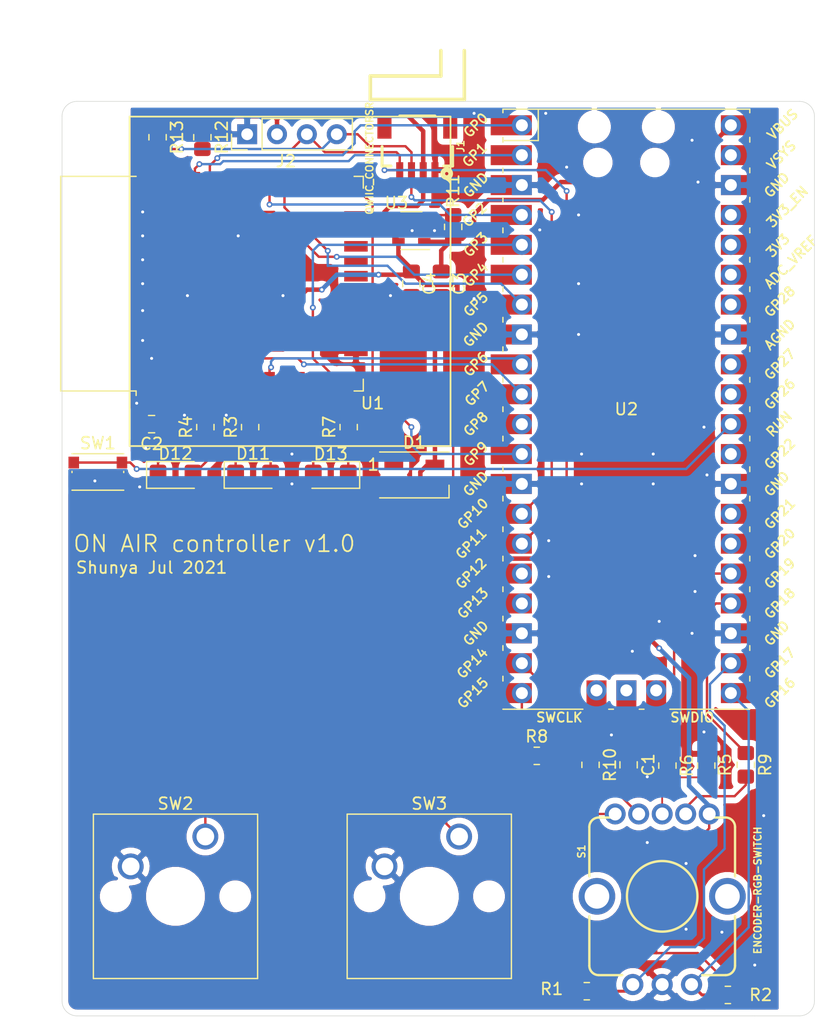
<source format=kicad_pcb>
(kicad_pcb (version 20171130) (host pcbnew "(5.1.10-1-10_14)")
  (layers (0 F.Cu signal) (31 B.Cu signal) (34 B.Paste user) (35 F.Paste user) (36 B.SilkS user) (37 F.SilkS user) (38 B.Mask user) (39 F.Mask user) (44 Edge.Cuts user))
  (net 0 "")
  (net 1 "Net-(U2-Pad29)")
  (net 2 "Net-(U2-Pad31)")
  (net 3 "Net-(U2-Pad32)")
  (net 4 "Net-(U2-Pad34)")
  (net 5 "Net-(U2-Pad35)")
  (net 6 "Net-(U2-Pad36)")
  (net 7 "Net-(U2-Pad37)")
  (net 8 "Net-(U2-Pad39)")
  (net 9 "Net-(U2-Pad41)")
  (net 10 "Net-(U2-Pad42)")
  (net 11 "Net-(U2-Pad43)")
  (net 12 GND)
  (net 13 /ENCODER_SW)
  (net 14 +3V3)
  (net 15 VBUS)
  (net 16 "Net-(D11-Pad1)")
  (net 17 /RED)
  (net 18 /GREEN)
  (net 19 "Net-(D12-Pad1)")
  (net 20 "Net-(D13-Pad1)")
  (net 21 /BLUE)
  (net 22 /SDA)
  (net 23 /SCL)
  (net 24 "Net-(R5-Pad1)")
  (net 25 "Net-(R8-Pad2)")
  (net 26 "Net-(R9-Pad2)")
  (net 27 "Net-(R10-Pad2)")
  (net 28 "Net-(R11-Pad1)")
  (net 29 /RESET)
  (net 30 /ESP_BUSY)
  (net 31 /ESP_MOSI)
  (net 32 /ESP_CS)
  (net 33 /ESP_SCK)
  (net 34 /ESP_MISO)
  (net 35 /BTN_RED)
  (net 36 /BTN_WHITE)
  (net 37 /ESP_RESET)
  (net 38 /NEOPIXEL)
  (net 39 /ENCODER_RED)
  (net 40 /ENCODER_BLUE)
  (net 41 /ENCODER_GREEN)
  (net 42 /ENCODER_A)
  (net 43 /ENCODER_B)
  (net 44 /ESP_GPIO0)
  (net 45 /ESP_RX)
  (net 46 /ESP_TX)
  (net 47 "Net-(U2-Pad26)")
  (net 48 "Net-(U2-Pad27)")
  (module Switches:ENCODER_LED_3 (layer F.Cu) (at 227.076 120.65)
    (fp_text reference S1 (at -6.858 -3.81 90) (layer F.SilkS) (effects (font (size 0.6096 0.6096) (thickness 0.127))))
    (fp_text value ENCODER-RGB-SWITCH (at 8.128 -0.508 90) (layer F.SilkS) (effects (font (size 0.6096 0.6096) (thickness 0.127))))
    (pad 1 thru_hole circle (at -3.99796 -6.9977) (size 1.778 1.778) (drill 1.09982) (layers *.Cu *.Mask) (net 25 "Net-(R8-Pad2)"))
    (pad 2 thru_hole circle (at -1.99898 -6.9977) (size 1.778 1.778) (drill 1.09982) (layers *.Cu *.Mask) (net 27 "Net-(R10-Pad2)"))
    (pad 3 thru_hole circle (at 0 -6.9977) (size 1.778 1.778) (drill 1.09982) (layers *.Cu *.Mask) (net 24 "Net-(R5-Pad1)"))
    (pad 4 thru_hole circle (at 1.99898 -6.9977) (size 1.778 1.778) (drill 1.09982) (layers *.Cu *.Mask) (net 26 "Net-(R9-Pad2)"))
    (pad 5 thru_hole circle (at 3.99796 -6.9977) (size 1.778 1.778) (drill 1.09982) (layers *.Cu *.Mask) (net 14 +3V3))
    (pad A thru_hole circle (at -2.49936 7.49808) (size 1.79832 1.79832) (drill 1.09982) (layers *.Cu *.Mask) (net 42 /ENCODER_A))
    (pad B thru_hole circle (at 2.49936 7.49808) (size 1.79832 1.79832) (drill 1.09982) (layers *.Cu *.Mask) (net 43 /ENCODER_B))
    (pad C thru_hole circle (at 0 7.49808) (size 1.79832 1.79832) (drill 1.09982) (layers *.Cu *.Mask) (net 12 GND))
    (pad M1 thru_hole circle (at -5.5499 0) (size 3.11404 3.11404) (drill 2.09804) (layers *.Cu *.Mask))
    (pad M2 thru_hole circle (at 5.5499 0) (size 3.11404 3.11404) (drill 2.09804) (layers *.Cu *.Mask))
  )
  (module RF_Module:ESP32-WROOM-32 (layer F.Cu) (at 191.77 68.58 90)
    (fp_text reference U1 (at -10.16 10.668) (layer F.SilkS))
    (fp_text value ESP32-WROOM-32D)
    (pad 39 smd rect (at -1 -0.755 90) (size 5 5) (layers F.Cu F.Paste F.Mask) (net 12 GND))
    (pad 1 smd rect (at -8.5 -8.255 90) (size 2 0.9) (layers F.Cu F.Paste F.Mask) (net 12 GND))
    (pad 2 smd rect (at -8.5 -6.985 90) (size 2 0.9) (layers F.Cu F.Paste F.Mask) (net 14 +3V3))
    (pad 3 smd rect (at -8.5 -5.715 90) (size 2 0.9) (layers F.Cu F.Paste F.Mask) (net 37 /ESP_RESET))
    (pad 4 smd rect (at -8.5 -4.445 90) (size 2 0.9) (layers F.Cu F.Paste F.Mask))
    (pad 5 smd rect (at -8.5 -3.175 90) (size 2 0.9) (layers F.Cu F.Paste F.Mask))
    (pad 6 smd rect (at -8.5 -1.905 90) (size 2 0.9) (layers F.Cu F.Paste F.Mask))
    (pad 7 smd rect (at -8.5 -0.635 90) (size 2 0.9) (layers F.Cu F.Paste F.Mask))
    (pad 8 smd rect (at -8.5 0.635 90) (size 2 0.9) (layers F.Cu F.Paste F.Mask))
    (pad 9 smd rect (at -8.5 1.905 90) (size 2 0.9) (layers F.Cu F.Paste F.Mask) (net 30 /ESP_BUSY))
    (pad 10 smd rect (at -8.5 3.175 90) (size 2 0.9) (layers F.Cu F.Paste F.Mask) (net 18 /GREEN))
    (pad 11 smd rect (at -8.5 4.445 90) (size 2 0.9) (layers F.Cu F.Paste F.Mask) (net 17 /RED))
    (pad 12 smd rect (at -8.5 5.715 90) (size 2 0.9) (layers F.Cu F.Paste F.Mask) (net 21 /BLUE))
    (pad 13 smd rect (at -8.5 6.985 90) (size 2 0.9) (layers F.Cu F.Paste F.Mask) (net 31 /ESP_MOSI))
    (pad 14 smd rect (at -8.5 8.255 90) (size 2 0.9) (layers F.Cu F.Paste F.Mask))
    (pad 15 smd rect (at -5.715 9.255 180) (size 2 0.9) (layers F.Cu F.Paste F.Mask) (net 12 GND))
    (pad 16 smd rect (at -4.445 9.255 180) (size 2 0.9) (layers F.Cu F.Paste F.Mask))
    (pad 17 smd rect (at -3.175 9.255 180) (size 2 0.9) (layers F.Cu F.Paste F.Mask))
    (pad 18 smd rect (at -1.905 9.255 180) (size 2 0.9) (layers F.Cu F.Paste F.Mask))
    (pad 19 smd rect (at -0.635 9.255 180) (size 2 0.9) (layers F.Cu F.Paste F.Mask))
    (pad 20 smd rect (at 0.635 9.255 180) (size 2 0.9) (layers F.Cu F.Paste F.Mask))
    (pad 21 smd rect (at 1.905 9.255 180) (size 2 0.9) (layers F.Cu F.Paste F.Mask))
    (pad 22 smd rect (at 3.175 9.255 180) (size 2 0.9) (layers F.Cu F.Paste F.Mask))
    (pad 23 smd rect (at 4.445 9.255 180) (size 2 0.9) (layers F.Cu F.Paste F.Mask))
    (pad 24 smd rect (at 5.715 9.255 180) (size 2 0.9) (layers F.Cu F.Paste F.Mask))
    (pad 25 smd rect (at 8.5 8.255 90) (size 2 0.9) (layers F.Cu F.Paste F.Mask) (net 44 /ESP_GPIO0))
    (pad 26 smd rect (at 8.5 6.985 90) (size 2 0.9) (layers F.Cu F.Paste F.Mask))
    (pad 27 smd rect (at 8.5 5.715 90) (size 2 0.9) (layers F.Cu F.Paste F.Mask))
    (pad 28 smd rect (at 8.5 4.445 90) (size 2 0.9) (layers F.Cu F.Paste F.Mask))
    (pad 29 smd rect (at 8.5 3.175 90) (size 2 0.9) (layers F.Cu F.Paste F.Mask) (net 32 /ESP_CS))
    (pad 30 smd rect (at 8.5 1.905 90) (size 2 0.9) (layers F.Cu F.Paste F.Mask) (net 33 /ESP_SCK))
    (pad 31 smd rect (at 8.5 0.635 90) (size 2 0.9) (layers F.Cu F.Paste F.Mask))
    (pad 32 smd rect (at 8.5 -0.635 90) (size 2 0.9) (layers F.Cu F.Paste F.Mask))
    (pad 33 smd rect (at 8.5 -1.905 90) (size 2 0.9) (layers F.Cu F.Paste F.Mask))
    (pad 34 smd rect (at 8.5 -3.175 90) (size 2 0.9) (layers F.Cu F.Paste F.Mask) (net 45 /ESP_RX))
    (pad 35 smd rect (at 8.5 -4.445 90) (size 2 0.9) (layers F.Cu F.Paste F.Mask) (net 46 /ESP_TX))
    (pad 36 smd rect (at 8.5 -5.715 90) (size 2 0.9) (layers F.Cu F.Paste F.Mask))
    (pad 37 smd rect (at 8.5 -6.985 90) (size 2 0.9) (layers F.Cu F.Paste F.Mask) (net 34 /ESP_MISO))
    (pad 38 smd rect (at 8.5 -8.255 90) (size 2 0.9) (layers F.Cu F.Paste F.Mask) (net 12 GND))
  )
  (module MCU_RaspberryPi_and_Boards:RPi_Pico_SMD_TH (layer F.Cu) (at 224.028 79.248)
    (fp_text reference U2 (at 0 0) (layer F.SilkS))
    (fp_text value Pico)
    (fp_text user GP1 (at -12.9 -21.6 45) (layer F.SilkS) (effects (font (size 0.8 0.8))))
    (fp_text user GP2 (at -12.9 -16.51 45) (layer F.SilkS) (effects (font (size 0.8 0.8))))
    (fp_text user GP0 (at -12.8 -24.13 45) (layer F.SilkS) (effects (font (size 0.8 0.8))))
    (fp_text user GP3 (at -12.8 -13.97 45) (layer F.SilkS) (effects (font (size 0.8 0.8))))
    (fp_text user GP4 (at -12.8 -11.43 45) (layer F.SilkS) (effects (font (size 0.8 0.8))))
    (fp_text user GP5 (at -12.8 -8.89 45) (layer F.SilkS) (effects (font (size 0.8 0.8))))
    (fp_text user GP6 (at -12.8 -3.81 45) (layer F.SilkS) (effects (font (size 0.8 0.8))))
    (fp_text user GP7 (at -12.7 -1.3 45) (layer F.SilkS) (effects (font (size 0.8 0.8))))
    (fp_text user GP8 (at -12.8 1.27 45) (layer F.SilkS) (effects (font (size 0.8 0.8))))
    (fp_text user GP9 (at -12.8 3.81 45) (layer F.SilkS) (effects (font (size 0.8 0.8))))
    (fp_text user GP10 (at -13.054 8.89 45) (layer F.SilkS) (effects (font (size 0.8 0.8))))
    (fp_text user GP11 (at -13.2 11.43 45) (layer F.SilkS) (effects (font (size 0.8 0.8))))
    (fp_text user GP12 (at -13.2 13.97 45) (layer F.SilkS) (effects (font (size 0.8 0.8))))
    (fp_text user GP13 (at -13.054 16.51 45) (layer F.SilkS) (effects (font (size 0.8 0.8))))
    (fp_text user GP14 (at -13.1 21.59 45) (layer F.SilkS) (effects (font (size 0.8 0.8))))
    (fp_text user GP15 (at -13.054 24.13 45) (layer F.SilkS) (effects (font (size 0.8 0.8))))
    (fp_text user GP16 (at 13.054 24.13 45) (layer F.SilkS) (effects (font (size 0.8 0.8))))
    (fp_text user GP17 (at 13.054 21.59 45) (layer F.SilkS) (effects (font (size 0.8 0.8))))
    (fp_text user GP18 (at 13.054 16.51 45) (layer F.SilkS) (effects (font (size 0.8 0.8))))
    (fp_text user GP19 (at 13.054 13.97 45) (layer F.SilkS) (effects (font (size 0.8 0.8))))
    (fp_text user GP20 (at 13.054 11.43 45) (layer F.SilkS) (effects (font (size 0.8 0.8))))
    (fp_text user GP21 (at 13.054 8.9 45) (layer F.SilkS) (effects (font (size 0.8 0.8))))
    (fp_text user GP22 (at 13.054 3.81 45) (layer F.SilkS) (effects (font (size 0.8 0.8))))
    (fp_text user RUN (at 13 1.27 45) (layer F.SilkS) (effects (font (size 0.8 0.8))))
    (fp_text user GP26 (at 13.054 -1.27 45) (layer F.SilkS) (effects (font (size 0.8 0.8))))
    (fp_text user GP27 (at 13.054 -3.8 45) (layer F.SilkS) (effects (font (size 0.8 0.8))))
    (fp_text user GP28 (at 13.054 -9.144 45) (layer F.SilkS) (effects (font (size 0.8 0.8))))
    (fp_text user ADC_VREF (at 14 -12.5 45) (layer F.SilkS) (effects (font (size 0.8 0.8))))
    (fp_text user 3V3 (at 12.9 -13.9 45) (layer F.SilkS) (effects (font (size 0.8 0.8))))
    (fp_text user 3V3_EN (at 13.7 -17.2 45) (layer F.SilkS) (effects (font (size 0.8 0.8))))
    (fp_text user VSYS (at 13.2 -21.59 45) (layer F.SilkS) (effects (font (size 0.8 0.8))))
    (fp_text user VBUS (at 13.3 -24.2 45) (layer F.SilkS) (effects (font (size 0.8 0.8))))
    (fp_text user GND (at -12.8 -19.05 45) (layer F.SilkS) (effects (font (size 0.8 0.8))))
    (fp_text user GND (at -12.8 -6.35 45) (layer F.SilkS) (effects (font (size 0.8 0.8))))
    (fp_text user GND (at -12.8 6.35 45) (layer F.SilkS) (effects (font (size 0.8 0.8))))
    (fp_text user GND (at -12.8 19.05 45) (layer F.SilkS) (effects (font (size 0.8 0.8))))
    (fp_text user GND (at 12.8 19.05 45) (layer F.SilkS) (effects (font (size 0.8 0.8))))
    (fp_text user GND (at 12.8 6.35 45) (layer F.SilkS) (effects (font (size 0.8 0.8))))
    (fp_text user GND (at 12.8 -19.05 45) (layer F.SilkS) (effects (font (size 0.8 0.8))))
    (fp_text user AGND (at 13.054 -6.35 45) (layer F.SilkS) (effects (font (size 0.8 0.8))))
    (fp_text user SWCLK (at -5.7 26.2) (layer F.SilkS) (effects (font (size 0.8 0.8))))
    (fp_text user SWDIO (at 5.6 26.2) (layer F.SilkS) (effects (font (size 0.8 0.8))))
    (pad 1 thru_hole oval (at -8.89 -24.13) (size 1.7 1.7) (drill 1.02) (layers *.Cu *.Mask) (net 45 /ESP_RX))
    (pad 2 thru_hole oval (at -8.89 -21.59) (size 1.7 1.7) (drill 1.02) (layers *.Cu *.Mask) (net 46 /ESP_TX))
    (pad 3 thru_hole rect (at -8.89 -19.05) (size 1.7 1.7) (drill 1.02) (layers *.Cu *.Mask) (net 12 GND))
    (pad 4 thru_hole oval (at -8.89 -16.51) (size 1.7 1.7) (drill 1.02) (layers *.Cu *.Mask) (net 33 /ESP_SCK))
    (pad 5 thru_hole oval (at -8.89 -13.97) (size 1.7 1.7) (drill 1.02) (layers *.Cu *.Mask) (net 31 /ESP_MOSI))
    (pad 6 thru_hole oval (at -8.89 -11.43) (size 1.7 1.7) (drill 1.02) (layers *.Cu *.Mask) (net 34 /ESP_MISO))
    (pad 7 thru_hole oval (at -8.89 -8.89) (size 1.7 1.7) (drill 1.02) (layers *.Cu *.Mask) (net 32 /ESP_CS))
    (pad 8 thru_hole rect (at -8.89 -6.35) (size 1.7 1.7) (drill 1.02) (layers *.Cu *.Mask) (net 12 GND))
    (pad 9 thru_hole oval (at -8.89 -3.81) (size 1.7 1.7) (drill 1.02) (layers *.Cu *.Mask) (net 30 /ESP_BUSY))
    (pad 10 thru_hole oval (at -8.89 -1.27) (size 1.7 1.7) (drill 1.02) (layers *.Cu *.Mask) (net 37 /ESP_RESET))
    (pad 11 thru_hole oval (at -8.89 1.27) (size 1.7 1.7) (drill 1.02) (layers *.Cu *.Mask) (net 38 /NEOPIXEL))
    (pad 12 thru_hole oval (at -8.89 3.81) (size 1.7 1.7) (drill 1.02) (layers *.Cu *.Mask) (net 44 /ESP_GPIO0))
    (pad 13 thru_hole rect (at -8.89 6.35) (size 1.7 1.7) (drill 1.02) (layers *.Cu *.Mask) (net 12 GND))
    (pad 14 thru_hole oval (at -8.89 8.89) (size 1.7 1.7) (drill 1.02) (layers *.Cu *.Mask) (net 22 /SDA))
    (pad 15 thru_hole oval (at -8.89 11.43) (size 1.7 1.7) (drill 1.02) (layers *.Cu *.Mask) (net 23 /SCL))
    (pad 16 thru_hole oval (at -8.89 13.97) (size 1.7 1.7) (drill 1.02) (layers *.Cu *.Mask) (net 35 /BTN_RED))
    (pad 17 thru_hole oval (at -8.89 16.51) (size 1.7 1.7) (drill 1.02) (layers *.Cu *.Mask) (net 36 /BTN_WHITE))
    (pad 18 thru_hole rect (at -8.89 19.05) (size 1.7 1.7) (drill 1.02) (layers *.Cu *.Mask) (net 12 GND))
    (pad 19 thru_hole oval (at -8.89 21.59) (size 1.7 1.7) (drill 1.02) (layers *.Cu *.Mask) (net 41 /ENCODER_GREEN))
    (pad 20 thru_hole oval (at -8.89 24.13) (size 1.7 1.7) (drill 1.02) (layers *.Cu *.Mask) (net 39 /ENCODER_RED))
    (pad 21 thru_hole oval (at 8.89 24.13) (size 1.7 1.7) (drill 1.02) (layers *.Cu *.Mask) (net 43 /ENCODER_B))
    (pad 22 thru_hole oval (at 8.89 21.59) (size 1.7 1.7) (drill 1.02) (layers *.Cu *.Mask) (net 42 /ENCODER_A))
    (pad 23 thru_hole rect (at 8.89 19.05) (size 1.7 1.7) (drill 1.02) (layers *.Cu *.Mask) (net 12 GND))
    (pad 24 thru_hole oval (at 8.89 16.51) (size 1.7 1.7) (drill 1.02) (layers *.Cu *.Mask) (net 40 /ENCODER_BLUE))
    (pad 25 thru_hole oval (at 8.89 13.97) (size 1.7 1.7) (drill 1.02) (layers *.Cu *.Mask) (net 13 /ENCODER_SW))
    (pad 26 thru_hole oval (at 8.89 11.43) (size 1.7 1.7) (drill 1.02) (layers *.Cu *.Mask) (net 47 "Net-(U2-Pad26)"))
    (pad 27 thru_hole oval (at 8.89 8.89) (size 1.7 1.7) (drill 1.02) (layers *.Cu *.Mask) (net 48 "Net-(U2-Pad27)"))
    (pad 28 thru_hole rect (at 8.89 6.35) (size 1.7 1.7) (drill 1.02) (layers *.Cu *.Mask) (net 12 GND))
    (pad 29 thru_hole oval (at 8.89 3.81) (size 1.7 1.7) (drill 1.02) (layers *.Cu *.Mask) (net 1 "Net-(U2-Pad29)"))
    (pad 30 thru_hole oval (at 8.89 1.27) (size 1.7 1.7) (drill 1.02) (layers *.Cu *.Mask) (net 29 /RESET))
    (pad 31 thru_hole oval (at 8.89 -1.27) (size 1.7 1.7) (drill 1.02) (layers *.Cu *.Mask) (net 2 "Net-(U2-Pad31)"))
    (pad 32 thru_hole oval (at 8.89 -3.81) (size 1.7 1.7) (drill 1.02) (layers *.Cu *.Mask) (net 3 "Net-(U2-Pad32)"))
    (pad 33 thru_hole rect (at 8.89 -6.35) (size 1.7 1.7) (drill 1.02) (layers *.Cu *.Mask) (net 12 GND))
    (pad 34 thru_hole oval (at 8.89 -8.89) (size 1.7 1.7) (drill 1.02) (layers *.Cu *.Mask) (net 4 "Net-(U2-Pad34)"))
    (pad 35 thru_hole oval (at 8.89 -11.43) (size 1.7 1.7) (drill 1.02) (layers *.Cu *.Mask) (net 5 "Net-(U2-Pad35)"))
    (pad 36 thru_hole oval (at 8.89 -13.97) (size 1.7 1.7) (drill 1.02) (layers *.Cu *.Mask) (net 6 "Net-(U2-Pad36)"))
    (pad 37 thru_hole oval (at 8.89 -16.51) (size 1.7 1.7) (drill 1.02) (layers *.Cu *.Mask) (net 7 "Net-(U2-Pad37)"))
    (pad 38 thru_hole rect (at 8.89 -19.05) (size 1.7 1.7) (drill 1.02) (layers *.Cu *.Mask) (net 12 GND))
    (pad 39 thru_hole oval (at 8.89 -21.59) (size 1.7 1.7) (drill 1.02) (layers *.Cu *.Mask) (net 8 "Net-(U2-Pad39)"))
    (pad 40 thru_hole oval (at 8.89 -24.13) (size 1.7 1.7) (drill 1.02) (layers *.Cu *.Mask) (net 15 VBUS))
    (pad 1 smd rect (at -8.89 -24.13) (size 3.5 1.7) (drill (offset -0.9 0)) (layers F.Cu F.Mask) (net 45 /ESP_RX))
    (pad 2 smd rect (at -8.89 -21.59) (size 3.5 1.7) (drill (offset -0.9 0)) (layers F.Cu F.Mask) (net 46 /ESP_TX))
    (pad 3 smd rect (at -8.89 -19.05) (size 3.5 1.7) (drill (offset -0.9 0)) (layers F.Cu F.Mask) (net 12 GND))
    (pad 4 smd rect (at -8.89 -16.51) (size 3.5 1.7) (drill (offset -0.9 0)) (layers F.Cu F.Mask) (net 33 /ESP_SCK))
    (pad 5 smd rect (at -8.89 -13.97) (size 3.5 1.7) (drill (offset -0.9 0)) (layers F.Cu F.Mask) (net 31 /ESP_MOSI))
    (pad 6 smd rect (at -8.89 -11.43) (size 3.5 1.7) (drill (offset -0.9 0)) (layers F.Cu F.Mask) (net 34 /ESP_MISO))
    (pad 7 smd rect (at -8.89 -8.89) (size 3.5 1.7) (drill (offset -0.9 0)) (layers F.Cu F.Mask) (net 32 /ESP_CS))
    (pad 8 smd rect (at -8.89 -6.35) (size 3.5 1.7) (drill (offset -0.9 0)) (layers F.Cu F.Mask) (net 12 GND))
    (pad 9 smd rect (at -8.89 -3.81) (size 3.5 1.7) (drill (offset -0.9 0)) (layers F.Cu F.Mask) (net 30 /ESP_BUSY))
    (pad 10 smd rect (at -8.89 -1.27) (size 3.5 1.7) (drill (offset -0.9 0)) (layers F.Cu F.Mask) (net 37 /ESP_RESET))
    (pad 11 smd rect (at -8.89 1.27) (size 3.5 1.7) (drill (offset -0.9 0)) (layers F.Cu F.Mask) (net 38 /NEOPIXEL))
    (pad 12 smd rect (at -8.89 3.81) (size 3.5 1.7) (drill (offset -0.9 0)) (layers F.Cu F.Mask) (net 44 /ESP_GPIO0))
    (pad 13 smd rect (at -8.89 6.35) (size 3.5 1.7) (drill (offset -0.9 0)) (layers F.Cu F.Mask) (net 12 GND))
    (pad 14 smd rect (at -8.89 8.89) (size 3.5 1.7) (drill (offset -0.9 0)) (layers F.Cu F.Mask) (net 22 /SDA))
    (pad 15 smd rect (at -8.89 11.43) (size 3.5 1.7) (drill (offset -0.9 0)) (layers F.Cu F.Mask) (net 23 /SCL))
    (pad 16 smd rect (at -8.89 13.97) (size 3.5 1.7) (drill (offset -0.9 0)) (layers F.Cu F.Mask) (net 35 /BTN_RED))
    (pad 17 smd rect (at -8.89 16.51) (size 3.5 1.7) (drill (offset -0.9 0)) (layers F.Cu F.Mask) (net 36 /BTN_WHITE))
    (pad 18 smd rect (at -8.89 19.05) (size 3.5 1.7) (drill (offset -0.9 0)) (layers F.Cu F.Mask) (net 12 GND))
    (pad 19 smd rect (at -8.89 21.59) (size 3.5 1.7) (drill (offset -0.9 0)) (layers F.Cu F.Mask) (net 41 /ENCODER_GREEN))
    (pad 20 smd rect (at -8.89 24.13) (size 3.5 1.7) (drill (offset -0.9 0)) (layers F.Cu F.Mask) (net 39 /ENCODER_RED))
    (pad 40 smd rect (at 8.89 -24.13) (size 3.5 1.7) (drill (offset 0.9 0)) (layers F.Cu F.Mask) (net 15 VBUS))
    (pad 39 smd rect (at 8.89 -21.59) (size 3.5 1.7) (drill (offset 0.9 0)) (layers F.Cu F.Mask) (net 8 "Net-(U2-Pad39)"))
    (pad 38 smd rect (at 8.89 -19.05) (size 3.5 1.7) (drill (offset 0.9 0)) (layers F.Cu F.Mask) (net 12 GND))
    (pad 37 smd rect (at 8.89 -16.51) (size 3.5 1.7) (drill (offset 0.9 0)) (layers F.Cu F.Mask) (net 7 "Net-(U2-Pad37)"))
    (pad 36 smd rect (at 8.89 -13.97) (size 3.5 1.7) (drill (offset 0.9 0)) (layers F.Cu F.Mask) (net 6 "Net-(U2-Pad36)"))
    (pad 35 smd rect (at 8.89 -11.43) (size 3.5 1.7) (drill (offset 0.9 0)) (layers F.Cu F.Mask) (net 5 "Net-(U2-Pad35)"))
    (pad 34 smd rect (at 8.89 -8.89) (size 3.5 1.7) (drill (offset 0.9 0)) (layers F.Cu F.Mask) (net 4 "Net-(U2-Pad34)"))
    (pad 33 smd rect (at 8.89 -6.35) (size 3.5 1.7) (drill (offset 0.9 0)) (layers F.Cu F.Mask) (net 12 GND))
    (pad 32 smd rect (at 8.89 -3.81) (size 3.5 1.7) (drill (offset 0.9 0)) (layers F.Cu F.Mask) (net 3 "Net-(U2-Pad32)"))
    (pad 31 smd rect (at 8.89 -1.27) (size 3.5 1.7) (drill (offset 0.9 0)) (layers F.Cu F.Mask) (net 2 "Net-(U2-Pad31)"))
    (pad 30 smd rect (at 8.89 1.27) (size 3.5 1.7) (drill (offset 0.9 0)) (layers F.Cu F.Mask) (net 29 /RESET))
    (pad 29 smd rect (at 8.89 3.81) (size 3.5 1.7) (drill (offset 0.9 0)) (layers F.Cu F.Mask) (net 1 "Net-(U2-Pad29)"))
    (pad 28 smd rect (at 8.89 6.35) (size 3.5 1.7) (drill (offset 0.9 0)) (layers F.Cu F.Mask) (net 12 GND))
    (pad 27 smd rect (at 8.89 8.89) (size 3.5 1.7) (drill (offset 0.9 0)) (layers F.Cu F.Mask) (net 48 "Net-(U2-Pad27)"))
    (pad 26 smd rect (at 8.89 11.43) (size 3.5 1.7) (drill (offset 0.9 0)) (layers F.Cu F.Mask) (net 47 "Net-(U2-Pad26)"))
    (pad 25 smd rect (at 8.89 13.97) (size 3.5 1.7) (drill (offset 0.9 0)) (layers F.Cu F.Mask) (net 13 /ENCODER_SW))
    (pad 24 smd rect (at 8.89 16.51) (size 3.5 1.7) (drill (offset 0.9 0)) (layers F.Cu F.Mask) (net 40 /ENCODER_BLUE))
    (pad 23 smd rect (at 8.89 19.05) (size 3.5 1.7) (drill (offset 0.9 0)) (layers F.Cu F.Mask) (net 12 GND))
    (pad 22 smd rect (at 8.89 21.59) (size 3.5 1.7) (drill (offset 0.9 0)) (layers F.Cu F.Mask) (net 42 /ENCODER_A))
    (pad 21 smd rect (at 8.89 24.13) (size 3.5 1.7) (drill (offset 0.9 0)) (layers F.Cu F.Mask) (net 43 /ENCODER_B))
    (pad "" np_thru_hole oval (at -2.725 -24) (size 1.8 1.8) (drill 1.8) (layers *.Cu *.Mask))
    (pad "" np_thru_hole oval (at 2.725 -24) (size 1.8 1.8) (drill 1.8) (layers *.Cu *.Mask))
    (pad "" np_thru_hole oval (at -2.425 -20.97) (size 1.5 1.5) (drill 1.5) (layers *.Cu *.Mask))
    (pad "" np_thru_hole oval (at 2.425 -20.97) (size 1.5 1.5) (drill 1.5) (layers *.Cu *.Mask))
    (pad 41 smd rect (at -2.54 23.9 90) (size 3.5 1.7) (drill (offset -0.9 0)) (layers F.Cu F.Mask) (net 9 "Net-(U2-Pad41)"))
    (pad 41 thru_hole oval (at -2.54 23.9) (size 1.7 1.7) (drill 1.02) (layers *.Cu *.Mask) (net 9 "Net-(U2-Pad41)"))
    (pad 42 smd rect (at 0 23.9 90) (size 3.5 1.7) (drill (offset -0.9 0)) (layers F.Cu F.Mask) (net 10 "Net-(U2-Pad42)"))
    (pad 42 thru_hole rect (at 0 23.9) (size 1.7 1.7) (drill 1.02) (layers *.Cu *.Mask) (net 10 "Net-(U2-Pad42)"))
    (pad 43 smd rect (at 2.54 23.9 90) (size 3.5 1.7) (drill (offset -0.9 0)) (layers F.Cu F.Mask) (net 11 "Net-(U2-Pad43)"))
    (pad 43 thru_hole oval (at 2.54 23.9) (size 1.7 1.7) (drill 1.02) (layers *.Cu *.Mask) (net 11 "Net-(U2-Pad43)"))
  )
  (module Capacitor_SMD:C_0805_2012Metric_Pad1.18x1.45mm_HandSolder (layer F.Cu) (at 224.2185 109.474 270)
    (fp_text reference C1 (at 0 -1.68 90) (layer F.SilkS))
    (fp_text value 0.1uF)
    (pad 2 smd roundrect (at 1.0375 0 270) (size 1.175 1.45) (layers F.Cu F.Paste F.Mask) (roundrect_rratio 0.2127659574468085) (net 12 GND))
    (pad 1 smd roundrect (at -1.0375 0 270) (size 1.175 1.45) (layers F.Cu F.Paste F.Mask) (roundrect_rratio 0.2127659574468085) (net 13 /ENCODER_SW))
  )
  (module Capacitor_SMD:C_0805_2012Metric_Pad1.18x1.45mm_HandSolder (layer F.Cu) (at 183.642 80.518 180)
    (fp_text reference C2 (at 0 -1.68) (layer F.SilkS))
    (fp_text value 10uF)
    (pad 1 smd roundrect (at -1.0375 0 180) (size 1.175 1.45) (layers F.Cu F.Paste F.Mask) (roundrect_rratio 0.2127659574468085) (net 14 +3V3))
    (pad 2 smd roundrect (at 1.0375 0 180) (size 1.175 1.45) (layers F.Cu F.Paste F.Mask) (roundrect_rratio 0.2127659574468085) (net 12 GND))
  )
  (module Capacitor_SMD:C_0805_2012Metric_Pad1.18x1.45mm_HandSolder (layer F.Cu) (at 208.28 68.58 270)
    (fp_text reference C3 (at 0 -1.524 90) (layer F.SilkS))
    (fp_text value 10uF)
    (pad 2 smd roundrect (at 1.0375 0 270) (size 1.175 1.45) (layers F.Cu F.Paste F.Mask) (roundrect_rratio 0.2127659574468085) (net 12 GND))
    (pad 1 smd roundrect (at -1.0375 0 270) (size 1.175 1.45) (layers F.Cu F.Paste F.Mask) (roundrect_rratio 0.2127659574468085) (net 15 VBUS))
  )
  (module Capacitor_SMD:C_0805_2012Metric_Pad1.18x1.45mm_HandSolder (layer F.Cu) (at 205.74 68.58 270)
    (fp_text reference C4 (at 0 -1.524 90) (layer F.SilkS))
    (fp_text value 10uF)
    (pad 1 smd roundrect (at -1.0375 0 270) (size 1.175 1.45) (layers F.Cu F.Paste F.Mask) (roundrect_rratio 0.2127659574468085) (net 14 +3V3))
    (pad 2 smd roundrect (at 1.0375 0 270) (size 1.175 1.45) (layers F.Cu F.Paste F.Mask) (roundrect_rratio 0.2127659574468085) (net 12 GND))
  )
  (module LED_SMD:LED_SK6812MINI_PLCC4_3.5x3.5mm_P1.75mm (layer F.Cu) (at 205.994 84.836)
    (fp_text reference D1 (at 0 -2.75) (layer F.SilkS))
    (fp_text value SK6812MINI)
    (fp_text user 1 (at -3.5 -0.875) (layer F.SilkS))
    (pad 1 smd rect (at -1.75 -0.875) (size 1.6 0.85) (layers F.Cu F.Paste F.Mask))
    (pad 2 smd rect (at -1.75 0.875) (size 1.6 0.85) (layers F.Cu F.Paste F.Mask) (net 12 GND))
    (pad 4 smd rect (at 1.75 -0.875) (size 1.6 0.85) (layers F.Cu F.Paste F.Mask) (net 14 +3V3))
    (pad 3 smd rect (at 1.75 0.875) (size 1.6 0.85) (layers F.Cu F.Paste F.Mask) (net 38 /NEOPIXEL))
  )
  (module LED_SMD:LED_1206_3216Metric_Pad1.42x1.75mm_HandSolder (layer F.Cu) (at 192.278 84.836)
    (fp_text reference D11 (at 0 -1.82) (layer F.SilkS))
    (fp_text value RED)
    (pad 1 smd roundrect (at -1.4875 0) (size 1.425 1.75) (layers F.Cu F.Paste F.Mask) (roundrect_rratio 0.1754385964912281) (net 16 "Net-(D11-Pad1)"))
    (pad 2 smd roundrect (at 1.4875 0) (size 1.425 1.75) (layers F.Cu F.Paste F.Mask) (roundrect_rratio 0.1754385964912281) (net 17 /RED))
  )
  (module LED_SMD:LED_1206_3216Metric_Pad1.42x1.75mm_HandSolder (layer F.Cu) (at 185.674 84.836)
    (fp_text reference D12 (at 0 -1.82) (layer F.SilkS))
    (fp_text value GREEN)
    (pad 2 smd roundrect (at 1.4875 0) (size 1.425 1.75) (layers F.Cu F.Paste F.Mask) (roundrect_rratio 0.1754385964912281) (net 18 /GREEN))
    (pad 1 smd roundrect (at -1.4875 0) (size 1.425 1.75) (layers F.Cu F.Paste F.Mask) (roundrect_rratio 0.1754385964912281) (net 19 "Net-(D12-Pad1)"))
  )
  (module LED_SMD:LED_1206_3216Metric_Pad1.42x1.75mm_HandSolder (layer F.Cu) (at 198.882 84.836 180)
    (fp_text reference D13 (at 0 1.778) (layer F.SilkS))
    (fp_text value BLUE)
    (pad 1 smd roundrect (at -1.4875 0 180) (size 1.425 1.75) (layers F.Cu F.Paste F.Mask) (roundrect_rratio 0.1754385964912281) (net 20 "Net-(D13-Pad1)"))
    (pad 2 smd roundrect (at 1.4875 0 180) (size 1.425 1.75) (layers F.Cu F.Paste F.Mask) (roundrect_rratio 0.1754385964912281) (net 21 /BLUE))
  )
  (module Connectors_sparkfun:1X04_1MM_RA_STRESSRELIEF (layer F.Cu) (at 206.248 58.928 180)
    (fp_text reference J1 (at -3.683 2.032 90) (layer F.SilkS) (effects (font (size 0.6096 0.6096) (thickness 0.127))))
    (fp_text value QWIIC_CONNECTORSR (at 4.064 1.016 90) (layer F.SilkS) (effects (font (size 0.6096 0.6096) (thickness 0.127))))
    (pad 1 smd rect (at -1.4986 0 180) (size 0.59944 1.34874) (layers F.Cu F.Paste F.Mask) (net 12 GND))
    (pad 2 smd rect (at -0.49784 0 180) (size 0.59944 1.34874) (layers F.Cu F.Paste F.Mask) (net 14 +3V3))
    (pad 3 smd rect (at 0.49784 0 180) (size 0.59944 1.34874) (layers F.Cu F.Paste F.Mask) (net 22 /SDA))
    (pad 4 smd rect (at 1.4986 0 180) (size 0.59944 1.34874) (layers F.Cu F.Paste F.Mask) (net 23 /SCL))
    (pad NC1 smd rect (at 2.79908 3.67284 180) (size 1.19888 1.99898) (layers F.Cu F.Paste F.Mask))
    (pad NC2 smd rect (at -2.79908 3.67284 180) (size 1.19888 1.99898) (layers F.Cu F.Paste F.Mask))
  )
  (module Resistor_SMD:R_0805_2012Metric_Pad1.20x1.40mm_HandSolder (layer F.Cu) (at 220.6625 128.7145)
    (fp_text reference R1 (at -2.9845 -0.1905) (layer F.SilkS))
    (fp_text value 10k)
    (pad 1 smd roundrect (at -1 0) (size 1.2 1.4) (layers F.Cu F.Paste F.Mask) (roundrect_rratio 0.2083325) (net 14 +3V3))
    (pad 2 smd roundrect (at 1 0) (size 1.2 1.4) (layers F.Cu F.Paste F.Mask) (roundrect_rratio 0.2083325) (net 42 /ENCODER_A))
  )
  (module Resistor_SMD:R_0805_2012Metric_Pad1.20x1.40mm_HandSolder (layer F.Cu) (at 232.664 129.032)
    (fp_text reference R2 (at 2.794 0) (layer F.SilkS))
    (fp_text value 10k)
    (pad 2 smd roundrect (at 1 0) (size 1.2 1.4) (layers F.Cu F.Paste F.Mask) (roundrect_rratio 0.2083325) (net 14 +3V3))
    (pad 1 smd roundrect (at -1 0) (size 1.2 1.4) (layers F.Cu F.Paste F.Mask) (roundrect_rratio 0.2083325) (net 43 /ENCODER_B))
  )
  (module Resistor_SMD:R_0805_2012Metric_Pad1.20x1.40mm_HandSolder (layer F.Cu) (at 192.024 80.772 90)
    (fp_text reference R3 (at 0 -1.65 90) (layer F.SilkS))
    (fp_text value 10k)
    (pad 2 smd roundrect (at 1 0 90) (size 1.2 1.4) (layers F.Cu F.Paste F.Mask) (roundrect_rratio 0.2083325) (net 12 GND))
    (pad 1 smd roundrect (at -1 0 90) (size 1.2 1.4) (layers F.Cu F.Paste F.Mask) (roundrect_rratio 0.2083325) (net 16 "Net-(D11-Pad1)"))
  )
  (module Resistor_SMD:R_0805_2012Metric_Pad1.20x1.40mm_HandSolder (layer F.Cu) (at 188.214 80.772 90)
    (fp_text reference R4 (at 0 -1.65 90) (layer F.SilkS))
    (fp_text value 10k)
    (pad 1 smd roundrect (at -1 0 90) (size 1.2 1.4) (layers F.Cu F.Paste F.Mask) (roundrect_rratio 0.2083325) (net 19 "Net-(D12-Pad1)"))
    (pad 2 smd roundrect (at 1 0 90) (size 1.2 1.4) (layers F.Cu F.Paste F.Mask) (roundrect_rratio 0.2083325) (net 12 GND))
  )
  (module Resistor_SMD:R_0805_2012Metric_Pad1.20x1.40mm_HandSolder (layer F.Cu) (at 230.8225 109.5375 90)
    (fp_text reference R5 (at 0.0635 1.5875 90) (layer F.SilkS))
    (fp_text value 10k)
    (pad 1 smd roundrect (at -1 0 90) (size 1.2 1.4) (layers F.Cu F.Paste F.Mask) (roundrect_rratio 0.2083325) (net 24 "Net-(R5-Pad1)"))
    (pad 2 smd roundrect (at 1 0 90) (size 1.2 1.4) (layers F.Cu F.Paste F.Mask) (roundrect_rratio 0.2083325) (net 12 GND))
  )
  (module Resistor_SMD:R_0805_2012Metric_Pad1.20x1.40mm_HandSolder (layer F.Cu) (at 227.5205 109.5375 270)
    (fp_text reference R6 (at 0 -1.65 90) (layer F.SilkS))
    (fp_text value 1k)
    (pad 2 smd roundrect (at 1 0 270) (size 1.2 1.4) (layers F.Cu F.Paste F.Mask) (roundrect_rratio 0.2083325) (net 24 "Net-(R5-Pad1)"))
    (pad 1 smd roundrect (at -1 0 270) (size 1.2 1.4) (layers F.Cu F.Paste F.Mask) (roundrect_rratio 0.2083325) (net 13 /ENCODER_SW))
  )
  (module Resistor_SMD:R_0805_2012Metric_Pad1.20x1.40mm_HandSolder (layer F.Cu) (at 200.406 80.772 90)
    (fp_text reference R7 (at 0 -1.65 90) (layer F.SilkS))
    (fp_text value 10k)
    (pad 2 smd roundrect (at 1 0 90) (size 1.2 1.4) (layers F.Cu F.Paste F.Mask) (roundrect_rratio 0.2083325) (net 12 GND))
    (pad 1 smd roundrect (at -1 0 90) (size 1.2 1.4) (layers F.Cu F.Paste F.Mask) (roundrect_rratio 0.2083325) (net 20 "Net-(D13-Pad1)"))
  )
  (module Resistor_SMD:R_0805_2012Metric_Pad1.20x1.40mm_HandSolder (layer F.Cu) (at 216.408 108.712)
    (fp_text reference R8 (at 0 -1.65) (layer F.SilkS))
    (fp_text value 330)
    (pad 1 smd roundrect (at -1 0) (size 1.2 1.4) (layers F.Cu F.Paste F.Mask) (roundrect_rratio 0.2083325) (net 39 /ENCODER_RED))
    (pad 2 smd roundrect (at 1 0) (size 1.2 1.4) (layers F.Cu F.Paste F.Mask) (roundrect_rratio 0.2083325) (net 25 "Net-(R8-Pad2)"))
  )
  (module Resistor_SMD:R_0805_2012Metric_Pad1.20x1.40mm_HandSolder (layer F.Cu) (at 234.188 109.474 270)
    (fp_text reference R9 (at 0 -1.65 90) (layer F.SilkS))
    (fp_text value 330)
    (pad 1 smd roundrect (at -1 0 270) (size 1.2 1.4) (layers F.Cu F.Paste F.Mask) (roundrect_rratio 0.2083325) (net 40 /ENCODER_BLUE))
    (pad 2 smd roundrect (at 1 0 270) (size 1.2 1.4) (layers F.Cu F.Paste F.Mask) (roundrect_rratio 0.2083325) (net 26 "Net-(R9-Pad2)"))
  )
  (module Resistor_SMD:R_0805_2012Metric_Pad1.20x1.40mm_HandSolder (layer F.Cu) (at 220.98 109.474 270)
    (fp_text reference R10 (at 0 -1.65 90) (layer F.SilkS))
    (fp_text value 330)
    (pad 2 smd roundrect (at 1 0 270) (size 1.2 1.4) (layers F.Cu F.Paste F.Mask) (roundrect_rratio 0.2083325) (net 27 "Net-(R10-Pad2)"))
    (pad 1 smd roundrect (at -1 0 270) (size 1.2 1.4) (layers F.Cu F.Paste F.Mask) (roundrect_rratio 0.2083325) (net 41 /ENCODER_GREEN))
  )
  (module Resistor_SMD:R_0805_2012Metric_Pad1.20x1.40mm_HandSolder (layer F.Cu) (at 209.296 63.754 270)
    (fp_text reference R11 (at -3.048 0 90) (layer F.SilkS))
    (fp_text value 10k)
    (pad 2 smd roundrect (at 1 0 270) (size 1.2 1.4) (layers F.Cu F.Paste F.Mask) (roundrect_rratio 0.2083325) (net 15 VBUS))
    (pad 1 smd roundrect (at -1 0 270) (size 1.2 1.4) (layers F.Cu F.Paste F.Mask) (roundrect_rratio 0.2083325) (net 28 "Net-(R11-Pad1)"))
  )
  (module Resistor_SMD:R_0805_2012Metric_Pad1.20x1.40mm_HandSolder (layer F.Cu) (at 187.96 56.134 270)
    (fp_text reference R12 (at 0 -1.65 90) (layer F.SilkS))
    (fp_text value 10k)
    (pad 1 smd roundrect (at -1 0 270) (size 1.2 1.4) (layers F.Cu F.Paste F.Mask) (roundrect_rratio 0.2083325) (net 14 +3V3))
    (pad 2 smd roundrect (at 1 0 270) (size 1.2 1.4) (layers F.Cu F.Paste F.Mask) (roundrect_rratio 0.2083325) (net 23 /SCL))
  )
  (module Resistor_SMD:R_0805_2012Metric_Pad1.20x1.40mm_HandSolder (layer F.Cu) (at 184.15 56.134 270)
    (fp_text reference R13 (at 0 -1.65 90) (layer F.SilkS))
    (fp_text value 10k)
    (pad 1 smd roundrect (at -1 0 270) (size 1.2 1.4) (layers F.Cu F.Paste F.Mask) (roundrect_rratio 0.2083325) (net 14 +3V3))
    (pad 2 smd roundrect (at 1 0 270) (size 1.2 1.4) (layers F.Cu F.Paste F.Mask) (roundrect_rratio 0.2083325) (net 22 /SDA))
  )
  (module Button_Switch_SMD:SW_Push_1P1T_NO_CK_KMR2 (layer F.Cu) (at 179.07 84.582)
    (fp_text reference SW1 (at 0 -2.45) (layer F.SilkS))
    (fp_text value SW_Push_reset)
    (pad 1 smd rect (at -2.05 -0.8) (size 0.9 1) (layers F.Cu F.Paste F.Mask) (net 29 /RESET))
    (pad 2 smd rect (at -2.05 0.8) (size 0.9 1) (layers F.Cu F.Paste F.Mask) (net 12 GND))
    (pad 1 smd rect (at 2.05 -0.8) (size 0.9 1) (layers F.Cu F.Paste F.Mask) (net 29 /RESET))
    (pad 2 smd rect (at 2.05 0.8) (size 0.9 1) (layers F.Cu F.Paste F.Mask) (net 12 GND))
  )
  (module Button_Switch_Keyboard:SW_Cherry_MX_1.00u_PCB (layer F.Cu) (at 188.214 115.57)
    (fp_text reference SW2 (at -2.54 -2.794) (layer F.SilkS))
    (fp_text value SW_Push_red)
    (pad "" np_thru_hole circle (at 2.54 5.08) (size 1.7 1.7) (drill 1.7) (layers *.Cu *.Mask))
    (pad "" np_thru_hole circle (at -7.62 5.08) (size 1.7 1.7) (drill 1.7) (layers *.Cu *.Mask))
    (pad "" np_thru_hole circle (at -2.54 5.08) (size 4 4) (drill 4) (layers *.Cu *.Mask))
    (pad 2 thru_hole circle (at -6.35 2.54) (size 2.2 2.2) (drill 1.5) (layers *.Cu *.Mask) (net 12 GND))
    (pad 1 thru_hole circle (at 0 0) (size 2.2 2.2) (drill 1.5) (layers *.Cu *.Mask) (net 35 /BTN_RED))
  )
  (module Button_Switch_Keyboard:SW_Cherry_MX_1.00u_PCB (layer F.Cu) (at 209.804 115.57)
    (fp_text reference SW3 (at -2.54 -2.794) (layer F.SilkS))
    (fp_text value SW_Push_white)
    (pad 1 thru_hole circle (at 0 0) (size 2.2 2.2) (drill 1.5) (layers *.Cu *.Mask) (net 36 /BTN_WHITE))
    (pad 2 thru_hole circle (at -6.35 2.54) (size 2.2 2.2) (drill 1.5) (layers *.Cu *.Mask) (net 12 GND))
    (pad "" np_thru_hole circle (at -2.54 5.08) (size 4 4) (drill 4) (layers *.Cu *.Mask))
    (pad "" np_thru_hole circle (at -7.62 5.08) (size 1.7 1.7) (drill 1.7) (layers *.Cu *.Mask))
    (pad "" np_thru_hole circle (at 2.54 5.08) (size 1.7 1.7) (drill 1.7) (layers *.Cu *.Mask))
  )
  (module Package_TO_SOT_SMD:SOT-23-5 (layer F.Cu) (at 205.74 64.0715 180)
    (fp_text reference U3 (at 1.27 2.3495) (layer F.SilkS))
    (fp_text value AP2112K-3.3)
    (pad 1 smd rect (at -1.1 -0.95 180) (size 1.06 0.65) (layers F.Cu F.Paste F.Mask) (net 15 VBUS))
    (pad 2 smd rect (at -1.1 0 180) (size 1.06 0.65) (layers F.Cu F.Paste F.Mask) (net 12 GND))
    (pad 3 smd rect (at -1.1 0.95 180) (size 1.06 0.65) (layers F.Cu F.Paste F.Mask) (net 28 "Net-(R11-Pad1)"))
    (pad 4 smd rect (at 1.1 0.95 180) (size 1.06 0.65) (layers F.Cu F.Paste F.Mask))
    (pad 5 smd rect (at 1.1 -0.95 180) (size 1.06 0.65) (layers F.Cu F.Paste F.Mask) (net 14 +3V3))
  )
  (module Libraries_aerialist:OLED_0.96inch_PinHeader_1x04_P2.54mm_Vertical (layer F.Cu) (at 191.77 55.88 90)
    (fp_text reference J2 (at -2.286 3.302 180) (layer F.SilkS))
    (fp_text value DISP_I2C_Conn_01x04_Female)
    (pad 1 thru_hole rect (at 0 0 90) (size 1.7 1.7) (drill 1) (layers *.Cu *.Mask) (net 12 GND))
    (pad 2 thru_hole oval (at 0 2.54 90) (size 1.7 1.7) (drill 1) (layers *.Cu *.Mask) (net 14 +3V3))
    (pad 3 thru_hole oval (at 0 5.08 90) (size 1.7 1.7) (drill 1) (layers *.Cu *.Mask) (net 23 /SCL))
    (pad 4 thru_hole oval (at 0 7.62 90) (size 1.7 1.7) (drill 1) (layers *.Cu *.Mask) (net 22 /SDA))
  )
  (gr_text "Shunya Jul 2021" (at 183.642 92.71) (layer F.SilkS) (effects (font (size 1 1))))
  (gr_text "ON AIR controller v1.0" (at 188.976 90.678) (layer F.SilkS) (effects (font (size 1.4 1.4))))
  (gr_arc (start 238.76 54.356) (end 240.03 54.356) (angle -90) (layer Edge.Cuts) (width 0.05))
  (gr_arc (start 177.292 54.356) (end 177.292 53.086) (angle -90) (layer Edge.Cuts) (width 0.05))
  (gr_arc (start 177.292 129.54) (end 176.022 129.54) (angle -90) (layer Edge.Cuts) (width 0.05))
  (gr_arc (start 238.76 129.54) (end 238.76 130.81) (angle -90) (layer Edge.Cuts) (width 0.05))
  (gr_line (start 176.022 54.356) (end 176.022 129.54) (layer Edge.Cuts) (width 0.05))
  (gr_line (start 238.76 53.086) (end 177.292 53.086) (layer Edge.Cuts) (width 0.05))
  (gr_line (start 238.76 130.81) (end 234.95 130.81) (layer Edge.Cuts) (width 0.05))
  (gr_line (start 240.03 54.356) (end 240.03 129.54) (layer Edge.Cuts) (width 0.05))
  (gr_line (start 234.95 130.81) (end 177.292 130.81) (layer Edge.Cuts) (width 0.05))
  (via (at 182.88 62.484) (size 0.5) (drill 0.254) (layers F.Cu B.Cu) (net 12))
  (via (at 182.88 64.516) (size 0.5) (drill 0.254) (layers F.Cu B.Cu) (net 12))
  (via (at 182.88 66.548) (size 0.5) (drill 0.254) (layers F.Cu B.Cu) (net 12))
  (via (at 182.88 68.58) (size 0.5) (drill 0.254) (layers F.Cu B.Cu) (net 12))
  (via (at 182.88 70.866) (size 0.5) (drill 0.254) (layers F.Cu B.Cu) (net 12))
  (via (at 182.88 73.406) (size 0.5) (drill 0.254) (layers F.Cu B.Cu) (net 12))
  (via (at 186.69 69.596) (size 0.5) (drill 0.254) (layers F.Cu B.Cu) (net 12))
  (via (at 191.008 64.516) (size 0.5) (drill 0.254) (layers F.Cu B.Cu) (net 12))
  (via (at 194.818 69.596) (size 0.5) (drill 0.254) (layers F.Cu B.Cu) (net 12))
  (via (at 203.962 69.596) (size 0.5) (drill 0.254) (layers F.Cu B.Cu) (net 12))
  (via (at 211.074 69.85) (size 0.5) (drill 0.254) (layers F.Cu B.Cu) (net 12))
  (segment (start 206.84 64.0715) (end 205.8035 64.0715) (width 0.381) (layer F.Cu) (net 12))
  (segment (start 205.8035 64.0715) (end 205.8035 64.0715) (width 0.381) (layer F.Cu) (net 12))
  (via (at 205.8035 64.0715) (size 0.5) (drill 0.254) (layers F.Cu B.Cu) (net 12))
  (segment (start 206.84 64.0715) (end 207.7085 64.0715) (width 0.381) (layer F.Cu) (net 12))
  (segment (start 207.7085 64.0715) (end 207.7085 64.0715) (width 0.381) (layer F.Cu) (net 12))
  (via (at 207.7085 64.0715) (size 0.5) (drill 0.254) (layers F.Cu B.Cu) (net 12))
  (via (at 189.992 79.756) (size 0.5) (drill 0.254) (layers F.Cu B.Cu) (net 12))
  (via (at 186.436 79.756) (size 0.5) (drill 0.254) (layers F.Cu B.Cu) (net 12))
  (via (at 183.134 82.55) (size 0.5) (drill 0.254) (layers F.Cu B.Cu) (net 12))
  (via (at 183.642 74.93) (size 0.5) (drill 0.254) (layers F.Cu B.Cu) (net 12))
  (via (at 182.372 78.74) (size 0.5) (drill 0.254) (layers F.Cu B.Cu) (net 12))
  (via (at 195.58 83.058) (size 0.5) (drill 0.254) (layers F.Cu B.Cu) (net 12))
  (via (at 195.58 85.598) (size 0.5) (drill 0.254) (layers F.Cu B.Cu) (net 12))
  (via (at 178.816 85.344) (size 0.5) (drill 0.254) (layers F.Cu B.Cu) (net 12))
  (via (at 182.626 85.852) (size 0.5) (drill 0.254) (layers F.Cu B.Cu) (net 12))
  (via (at 234.95 126.492) (size 0.5) (drill 0.254) (layers F.Cu B.Cu) (net 12))
  (via (at 225.806 110.49) (size 0.5) (drill 0.254) (layers F.Cu B.Cu) (net 12))
  (via (at 222.758 106.934) (size 0.5) (drill 0.254) (layers F.Cu B.Cu) (net 12))
  (via (at 224.536 99.822) (size 0.5) (drill 0.254) (layers F.Cu B.Cu) (net 12))
  (via (at 226.822 97.282) (size 0.5) (drill 0.254) (layers F.Cu B.Cu) (net 12))
  (via (at 229.616 98.298) (size 0.5) (drill 0.254) (layers F.Cu B.Cu) (net 12))
  (via (at 230.632 106.68) (size 0.5) (drill 0.254) (layers F.Cu B.Cu) (net 12))
  (via (at 235.712 113.792) (size 0.5) (drill 0.254) (layers F.Cu B.Cu) (net 12))
  (via (at 230.124 59.944) (size 0.5) (drill 0.254) (layers F.Cu B.Cu) (net 12))
  (via (at 229.616 56.388) (size 0.5) (drill 0.254) (layers F.Cu B.Cu) (net 12))
  (via (at 216.662 64.008) (size 0.5) (drill 0.254) (layers F.Cu B.Cu) (net 12))
  (via (at 219.964 62.738) (size 0.5) (drill 0.254) (layers F.Cu B.Cu) (net 12))
  (via (at 219.964 68.58) (size 0.5) (drill 0.254) (layers F.Cu B.Cu) (net 12))
  (via (at 219.964 72.898) (size 0.5) (drill 0.254) (layers F.Cu B.Cu) (net 12))
  (via (at 220.218 85.598) (size 0.5) (drill 0.254) (layers F.Cu B.Cu) (net 12))
  (via (at 220.218 83.058) (size 0.5) (drill 0.254) (layers F.Cu B.Cu) (net 12))
  (via (at 230.632 80.772) (size 0.5) (drill 0.254) (layers F.Cu B.Cu) (net 12))
  (via (at 230.886 84.836) (size 0.5) (drill 0.254) (layers F.Cu B.Cu) (net 12))
  (via (at 226.314 83.058) (size 0.5) (drill 0.254) (layers F.Cu B.Cu) (net 12))
  (via (at 226.314 85.598) (size 0.5) (drill 0.254) (layers F.Cu B.Cu) (net 12))
  (via (at 217.424 90.424) (size 0.5) (drill 0.254) (layers F.Cu B.Cu) (net 12))
  (via (at 217.424 93.472) (size 0.5) (drill 0.254) (layers F.Cu B.Cu) (net 12))
  (via (at 229.87 91.694) (size 0.5) (drill 0.254) (layers F.Cu B.Cu) (net 12))
  (via (at 229.87 94.742) (size 0.5) (drill 0.254) (layers F.Cu B.Cu) (net 12))
  (via (at 225.806 116.078) (size 0.5) (drill 0.254) (layers F.Cu B.Cu) (net 12))
  (via (at 229.108 117.856) (size 0.5) (drill 0.254) (layers F.Cu B.Cu) (net 12))
  (via (at 229.108 123.444) (size 0.5) (drill 0.254) (layers F.Cu B.Cu) (net 12))
  (via (at 232.156 123.698) (size 0.5) (drill 0.254) (layers F.Cu B.Cu) (net 12))
  (via (at 211.074 54.102) (size 0.5) (drill 0.254) (layers F.Cu B.Cu) (net 12))
  (via (at 217.17 54.102) (size 0.5) (drill 0.254) (layers F.Cu B.Cu) (net 12))
  (via (at 218.948 58.674) (size 0.5) (drill 0.254) (layers F.Cu B.Cu) (net 12))
  (segment (start 224.3195 108.5375) (end 224.2185 108.4365) (width 0.1524) (layer F.Cu) (net 13))
  (segment (start 227.5205 108.5375) (end 224.3195 108.5375) (width 0.1524) (layer F.Cu) (net 13))
  (segment (start 227.5205 108.5375) (end 227.5205 106.4895) (width 0.2032) (layer F.Cu) (net 13))
  (segment (start 227.5205 106.4895) (end 228.092 105.918) (width 0.2032) (layer F.Cu) (net 13))
  (segment (start 228.092 105.918) (end 228.092 93.726) (width 0.2032) (layer F.Cu) (net 13))
  (segment (start 228.6 93.218) (end 232.918 93.218) (width 0.2032) (layer F.Cu) (net 13))
  (segment (start 228.092 93.726) (end 228.6 93.218) (width 0.2032) (layer F.Cu) (net 13))
  (segment (start 205.74 67.5425) (end 205.74 67.31) (width 0.381) (layer F.Cu) (net 14))
  (segment (start 204.64 66.21) (end 204.64 65.0215) (width 0.381) (layer F.Cu) (net 14))
  (segment (start 205.74 67.31) (end 204.64 66.21) (width 0.381) (layer F.Cu) (net 14))
  (segment (start 203.454 62.484) (end 203.962 61.976) (width 0.381) (layer F.Cu) (net 14))
  (segment (start 203.454 63.754) (end 203.454 62.484) (width 0.381) (layer F.Cu) (net 14))
  (segment (start 204.64 64.94) (end 203.454 63.754) (width 0.381) (layer F.Cu) (net 14))
  (segment (start 204.64 65.0215) (end 204.64 64.94) (width 0.381) (layer F.Cu) (net 14))
  (segment (start 194.31 55.88) (end 194.31 54.61) (width 0.381) (layer F.Cu) (net 14))
  (segment (start 194.31 54.61) (end 195.072 53.848) (width 0.381) (layer F.Cu) (net 14))
  (segment (start 195.072 53.848) (end 204.978 53.848) (width 0.381) (layer F.Cu) (net 14))
  (segment (start 206.74584 55.61584) (end 206.74584 58.928) (width 0.381) (layer F.Cu) (net 14))
  (segment (start 204.978 53.848) (end 206.74584 55.61584) (width 0.381) (layer F.Cu) (net 14))
  (segment (start 184.15 55.134) (end 187.96 55.134) (width 0.381) (layer F.Cu) (net 14))
  (segment (start 187.96 55.134) (end 188.198 55.134) (width 0.381) (layer F.Cu) (net 14))
  (segment (start 188.198 55.134) (end 188.976 54.356) (width 0.381) (layer F.Cu) (net 14))
  (segment (start 194.056 54.356) (end 194.31 54.61) (width 0.381) (layer F.Cu) (net 14))
  (segment (start 188.976 54.356) (end 194.056 54.356) (width 0.381) (layer F.Cu) (net 14))
  (segment (start 184.785 80.4125) (end 184.6795 80.518) (width 0.381) (layer F.Cu) (net 14))
  (segment (start 184.785 77.08) (end 184.785 80.4125) (width 0.381) (layer F.Cu) (net 14))
  (segment (start 202.946 67.818) (end 202.946 67.818) (width 0.381) (layer B.Cu) (net 14))
  (via (at 202.946 67.818) (size 0.5) (drill 0.254) (layers F.Cu B.Cu) (net 14))
  (segment (start 205.4645 67.818) (end 205.74 67.5425) (width 0.381) (layer F.Cu) (net 14))
  (segment (start 202.946 67.818) (end 205.4645 67.818) (width 0.381) (layer F.Cu) (net 14))
  (segment (start 205.74 67.5425) (end 206.88459 68.68709) (width 0.381) (layer F.Cu) (net 14))
  (segment (start 207.744 83.961) (end 207.744 72.418) (width 0.381) (layer F.Cu) (net 14))
  (segment (start 209.65709 70.50491) (end 209.65709 68.68709) (width 0.381) (layer F.Cu) (net 14))
  (segment (start 207.744 72.418) (end 209.65709 70.50491) (width 0.381) (layer F.Cu) (net 14))
  (segment (start 206.88459 68.68709) (end 209.65709 68.68709) (width 0.381) (layer F.Cu) (net 14))
  (segment (start 219.6625 128.7145) (end 219.6625 127.8095) (width 0.2032) (layer F.Cu) (net 14))
  (segment (start 219.6625 127.8095) (end 221.996 125.476) (width 0.2032) (layer F.Cu) (net 14))
  (segment (start 230.108 125.476) (end 233.664 129.032) (width 0.2032) (layer F.Cu) (net 14))
  (segment (start 231.07396 113.6523) (end 231.07396 114.87404) (width 0.2032) (layer F.Cu) (net 14))
  (segment (start 229.619999 116.328001) (end 228.349999 116.328001) (width 0.2032) (layer F.Cu) (net 14))
  (segment (start 231.07396 114.87404) (end 229.619999 116.328001) (width 0.2032) (layer F.Cu) (net 14))
  (segment (start 228.349999 116.328001) (end 226.568 118.11) (width 0.2032) (layer F.Cu) (net 14))
  (segment (start 226.568 125.476) (end 230.108 125.476) (width 0.2032) (layer F.Cu) (net 14))
  (segment (start 226.568 118.11) (end 226.568 125.476) (width 0.2032) (layer F.Cu) (net 14))
  (segment (start 221.996 125.476) (end 226.568 125.476) (width 0.2032) (layer F.Cu) (net 14))
  (segment (start 207.744 83.961) (end 207.631 84.074) (width 0.381) (layer F.Cu) (net 14))
  (segment (start 207.631 84.074) (end 207.01 84.074) (width 0.381) (layer F.Cu) (net 14))
  (segment (start 207.01 84.074) (end 206.502 84.582) (width 0.381) (layer F.Cu) (net 14))
  (segment (start 206.502 86.311222) (end 207.01 86.819222) (width 0.381) (layer F.Cu) (net 14))
  (segment (start 206.502 84.582) (end 206.502 86.311222) (width 0.381) (layer F.Cu) (net 14))
  (segment (start 207.01 86.819222) (end 207.01 87.376) (width 0.381) (layer F.Cu) (net 14))
  (segment (start 207.01 87.376) (end 211.582 91.948) (width 0.381) (layer F.Cu) (net 14))
  (segment (start 211.582 91.948) (end 216.408 91.948) (width 0.381) (layer F.Cu) (net 14))
  (segment (start 216.408 91.948) (end 219.202 91.948) (width 0.381) (layer F.Cu) (net 14))
  (segment (start 219.202 91.948) (end 226.822 99.568) (width 0.381) (layer F.Cu) (net 14))
  (segment (start 226.822 99.568) (end 226.822 99.568) (width 0.381) (layer F.Cu) (net 14))
  (via (at 226.822 99.568) (size 0.5) (drill 0.254) (layers F.Cu B.Cu) (net 14))
  (segment (start 226.822 99.568) (end 229.362 102.108) (width 0.381) (layer B.Cu) (net 14))
  (segment (start 229.362 102.108) (end 229.362 111.252) (width 0.381) (layer B.Cu) (net 14))
  (segment (start 231.07396 112.96396) (end 231.07396 113.6523) (width 0.381) (layer B.Cu) (net 14))
  (segment (start 229.362 111.252) (end 231.07396 112.96396) (width 0.381) (layer B.Cu) (net 14))
  (segment (start 203.962 61.976) (end 206.248 61.976) (width 0.381) (layer F.Cu) (net 14))
  (segment (start 206.248 61.976) (end 206.756 61.468) (width 0.381) (layer F.Cu) (net 14))
  (segment (start 206.74584 61.45784) (end 206.74584 58.928) (width 0.381) (layer F.Cu) (net 14))
  (segment (start 206.756 61.468) (end 206.74584 61.45784) (width 0.381) (layer F.Cu) (net 14))
  (segment (start 186.69 74.168) (end 194.818 74.168) (width 0.381) (layer F.Cu) (net 14))
  (segment (start 194.818 74.168) (end 195.834 73.152) (width 0.381) (layer F.Cu) (net 14))
  (segment (start 184.785 76.073) (end 186.69 74.168) (width 0.381) (layer F.Cu) (net 14))
  (segment (start 184.785 77.08) (end 184.785 76.073) (width 0.381) (layer F.Cu) (net 14))
  (via (at 198.12 69.088) (size 0.5) (drill 0.254) (layers F.Cu B.Cu) (net 14))
  (segment (start 195.834 73.152) (end 195.834 70.104) (width 0.381) (layer F.Cu) (net 14))
  (segment (start 196.85 69.088) (end 198.12 69.088) (width 0.381) (layer F.Cu) (net 14))
  (segment (start 195.834 70.104) (end 196.85 69.088) (width 0.381) (layer F.Cu) (net 14))
  (segment (start 198.12 69.088) (end 199.39 67.818) (width 0.381) (layer B.Cu) (net 14))
  (segment (start 199.39 67.818) (end 202.946 67.818) (width 0.381) (layer B.Cu) (net 14))
  (segment (start 232.918 55.118) (end 228.092 59.944) (width 0.381) (layer F.Cu) (net 15))
  (segment (start 228.092 59.944) (end 218.44 59.944) (width 0.381) (layer F.Cu) (net 15))
  (segment (start 218.44 59.944) (end 216.916 61.468) (width 0.381) (layer F.Cu) (net 15))
  (segment (start 212.290778 61.468) (end 211.074 62.684778) (width 0.381) (layer F.Cu) (net 15))
  (segment (start 216.916 61.468) (end 212.290778 61.468) (width 0.381) (layer F.Cu) (net 15))
  (segment (start 211.074 62.684778) (end 211.074 63.754) (width 0.381) (layer F.Cu) (net 15))
  (segment (start 210.074 64.754) (end 209.296 64.754) (width 0.381) (layer F.Cu) (net 15))
  (segment (start 211.074 63.754) (end 210.074 64.754) (width 0.381) (layer F.Cu) (net 15))
  (segment (start 209.0285 65.0215) (end 209.296 64.754) (width 0.381) (layer F.Cu) (net 15))
  (segment (start 206.84 65.0215) (end 209.0285 65.0215) (width 0.381) (layer F.Cu) (net 15))
  (segment (start 208.28 65.77) (end 209.296 64.754) (width 0.381) (layer F.Cu) (net 15))
  (segment (start 208.28 67.5425) (end 208.28 65.77) (width 0.381) (layer F.Cu) (net 15))
  (segment (start 190.7905 83.0055) (end 192.024 81.772) (width 0.2032) (layer F.Cu) (net 16))
  (segment (start 190.7905 84.836) (end 190.7905 83.0055) (width 0.2032) (layer F.Cu) (net 16))
  (segment (start 193.7655 84.836) (end 193.7655 81.5705) (width 0.2032) (layer F.Cu) (net 17))
  (segment (start 196.215 79.121) (end 196.215 77.08) (width 0.2032) (layer F.Cu) (net 17))
  (segment (start 193.7655 81.5705) (end 196.215 79.121) (width 0.2032) (layer F.Cu) (net 17))
  (segment (start 191.07951 80.91799) (end 192.89401 80.91799) (width 0.2032) (layer F.Cu) (net 18))
  (segment (start 187.1615 84.836) (end 191.07951 80.91799) (width 0.2032) (layer F.Cu) (net 18))
  (segment (start 194.945 78.867) (end 194.945 77.08) (width 0.2032) (layer F.Cu) (net 18))
  (segment (start 192.89401 80.91799) (end 194.945 78.867) (width 0.2032) (layer F.Cu) (net 18))
  (segment (start 184.1865 84.836) (end 184.1865 83.7835) (width 0.2032) (layer F.Cu) (net 19))
  (segment (start 186.198 81.772) (end 188.214 81.772) (width 0.2032) (layer F.Cu) (net 19))
  (segment (start 184.1865 83.7835) (end 186.198 81.772) (width 0.2032) (layer F.Cu) (net 19))
  (segment (start 200.3695 81.8085) (end 200.406 81.772) (width 0.2032) (layer F.Cu) (net 20))
  (segment (start 200.3695 84.836) (end 200.3695 81.8085) (width 0.2032) (layer F.Cu) (net 20))
  (segment (start 197.3945 77.1705) (end 197.485 77.08) (width 0.2032) (layer F.Cu) (net 21))
  (segment (start 197.3945 84.836) (end 197.3945 77.1705) (width 0.2032) (layer F.Cu) (net 21))
  (segment (start 205.75016 57.41416) (end 205.75016 58.928) (width 0.2032) (layer F.Cu) (net 22))
  (segment (start 205.232 56.896) (end 205.75016 57.41416) (width 0.2032) (layer F.Cu) (net 22))
  (segment (start 202.184 56.896) (end 205.232 56.896) (width 0.2032) (layer F.Cu) (net 22))
  (segment (start 201.168 55.88) (end 202.184 56.896) (width 0.2032) (layer F.Cu) (net 22))
  (segment (start 199.39 55.88) (end 201.168 55.88) (width 0.2032) (layer F.Cu) (net 22))
  (segment (start 184.15 57.134) (end 186.166 57.134) (width 0.2032) (layer F.Cu) (net 22))
  (segment (start 186.166 57.134) (end 186.166 57.134) (width 0.2032) (layer F.Cu) (net 22))
  (via (at 186.166 57.134) (size 0.5) (drill 0.254) (layers F.Cu B.Cu) (net 22))
  (segment (start 198.136 57.134) (end 199.39 55.88) (width 0.2032) (layer B.Cu) (net 22))
  (segment (start 186.166 57.134) (end 198.136 57.134) (width 0.2032) (layer B.Cu) (net 22))
  (segment (start 215.138 88.138) (end 217.678 85.598) (width 0.2032) (layer F.Cu) (net 22))
  (segment (start 217.678 85.598) (end 217.678 62.484) (width 0.2032) (layer F.Cu) (net 22))
  (segment (start 217.678 62.484) (end 217.678 62.484) (width 0.2032) (layer F.Cu) (net 22))
  (via (at 217.678 62.484) (size 0.5) (drill 0.254) (layers F.Cu B.Cu) (net 22))
  (segment (start 216.68739 61.49339) (end 206.01939 61.49339) (width 0.2032) (layer B.Cu) (net 22))
  (segment (start 217.678 62.484) (end 216.68739 61.49339) (width 0.2032) (layer B.Cu) (net 22))
  (segment (start 206.01939 61.49339) (end 205.74 61.214) (width 0.2032) (layer B.Cu) (net 22))
  (segment (start 205.74 61.214) (end 205.74 61.214) (width 0.2032) (layer B.Cu) (net 22))
  (via (at 205.74 61.214) (size 0.5) (drill 0.254) (layers F.Cu B.Cu) (net 22))
  (segment (start 205.74 58.93816) (end 205.75016 58.928) (width 0.2032) (layer F.Cu) (net 22))
  (segment (start 205.74 61.214) (end 205.74 58.93816) (width 0.2032) (layer F.Cu) (net 22))
  (segment (start 196.85 55.88) (end 198.374 57.404) (width 0.2032) (layer F.Cu) (net 23))
  (segment (start 198.374 57.404) (end 204.47 57.404) (width 0.2032) (layer F.Cu) (net 23))
  (segment (start 204.7494 57.6834) (end 204.7494 58.928) (width 0.2032) (layer F.Cu) (net 23))
  (segment (start 204.47 57.404) (end 204.7494 57.6834) (width 0.2032) (layer F.Cu) (net 23))
  (segment (start 195.596 57.134) (end 196.85 55.88) (width 0.2032) (layer F.Cu) (net 23))
  (segment (start 187.96 57.134) (end 195.596 57.134) (width 0.2032) (layer F.Cu) (net 23))
  (via (at 218.948 60.706) (size 0.5) (drill 0.254) (layers F.Cu B.Cu) (net 23))
  (segment (start 204.724 58.9534) (end 204.7494 58.928) (width 0.2032) (layer F.Cu) (net 23))
  (segment (start 203.454 58.928) (end 203.454 58.928) (width 0.2032) (layer B.Cu) (net 23))
  (via (at 203.454 58.928) (size 0.5) (drill 0.254) (layers F.Cu B.Cu) (net 23))
  (segment (start 203.454 58.928) (end 204.7494 58.928) (width 0.2032) (layer F.Cu) (net 23))
  (segment (start 217.17 58.928) (end 218.948 60.706) (width 0.2032) (layer B.Cu) (net 23))
  (segment (start 203.454 58.928) (end 217.17 58.928) (width 0.2032) (layer B.Cu) (net 23))
  (segment (start 218.948 86.868) (end 215.138 90.678) (width 0.2032) (layer F.Cu) (net 23))
  (segment (start 218.948 60.706) (end 218.948 86.868) (width 0.2032) (layer F.Cu) (net 23))
  (segment (start 227.076 110.982) (end 227.5205 110.5375) (width 0.1524) (layer F.Cu) (net 24))
  (segment (start 227.076 113.6523) (end 227.076 110.982) (width 0.1524) (layer F.Cu) (net 24))
  (segment (start 227.5205 110.5375) (end 230.8225 110.5375) (width 0.1524) (layer F.Cu) (net 24))
  (segment (start 217.408 108.712) (end 217.408 110.1565) (width 0.2032) (layer F.Cu) (net 25))
  (segment (start 220.9038 113.6523) (end 223.07804 113.6523) (width 0.2032) (layer F.Cu) (net 25))
  (segment (start 217.408 110.1565) (end 220.9038 113.6523) (width 0.2032) (layer F.Cu) (net 25))
  (segment (start 229.07498 113.6523) (end 229.07498 113.12652) (width 0.2032) (layer F.Cu) (net 26))
  (segment (start 229.07498 113.12652) (end 230.0605 112.141) (width 0.2032) (layer F.Cu) (net 26))
  (segment (start 230.0605 112.141) (end 233.2355 112.141) (width 0.2032) (layer F.Cu) (net 26))
  (segment (start 234.188 111.1885) (end 234.188 110.474) (width 0.2032) (layer F.Cu) (net 26))
  (segment (start 233.2355 112.141) (end 234.188 111.1885) (width 0.2032) (layer F.Cu) (net 26))
  (segment (start 225.07702 113.6523) (end 223.37522 111.9505) (width 0.2032) (layer F.Cu) (net 27))
  (segment (start 222.4565 111.9505) (end 220.98 110.474) (width 0.2032) (layer F.Cu) (net 27))
  (segment (start 223.37522 111.9505) (end 222.4565 111.9505) (width 0.2032) (layer F.Cu) (net 27))
  (segment (start 207.2075 62.754) (end 206.84 63.1215) (width 0.2032) (layer F.Cu) (net 28))
  (segment (start 209.296 62.754) (end 207.2075 62.754) (width 0.2032) (layer F.Cu) (net 28))
  (segment (start 177.02 83.782) (end 181.12 83.782) (width 0.2032) (layer F.Cu) (net 29))
  (segment (start 232.918 80.518) (end 229.362 84.074) (width 0.2032) (layer B.Cu) (net 29))
  (segment (start 229.362 84.074) (end 229.108 84.328) (width 0.2032) (layer B.Cu) (net 29))
  (segment (start 229.108 84.328) (end 212.09 84.328) (width 0.2032) (layer B.Cu) (net 29))
  (segment (start 212.09 84.328) (end 182.372 84.328) (width 0.2032) (layer B.Cu) (net 29))
  (segment (start 182.372 84.328) (end 182.372 84.328) (width 0.2032) (layer B.Cu) (net 29))
  (via (at 182.372 84.328) (size 0.5) (drill 0.254) (layers F.Cu B.Cu) (net 29))
  (segment (start 181.826 83.782) (end 182.372 84.328) (width 0.2032) (layer F.Cu) (net 29))
  (segment (start 181.12 83.782) (end 181.826 83.782) (width 0.2032) (layer F.Cu) (net 29))
  (segment (start 193.675 77.08) (end 193.675 75.819) (width 0.2032) (layer F.Cu) (net 30))
  (segment (start 193.675 75.819) (end 193.802 75.692) (width 0.2032) (layer F.Cu) (net 30))
  (segment (start 193.802 75.692) (end 193.802 75.692) (width 0.2032) (layer F.Cu) (net 30))
  (via (at 193.802 75.692) (size 0.5) (drill 0.254) (layers F.Cu B.Cu) (net 30))
  (segment (start 193.802 75.692) (end 193.802 75.184) (width 0.2032) (layer B.Cu) (net 30))
  (segment (start 193.802 75.184) (end 194.056 74.93) (width 0.2032) (layer B.Cu) (net 30))
  (segment (start 214.63 74.93) (end 215.138 75.438) (width 0.2032) (layer B.Cu) (net 30))
  (segment (start 194.056 74.93) (end 214.63 74.93) (width 0.2032) (layer B.Cu) (net 30))
  (segment (start 215.138 65.278) (end 197.866 65.278) (width 0.2032) (layer B.Cu) (net 31))
  (segment (start 197.866 65.278) (end 197.358 65.786) (width 0.2032) (layer B.Cu) (net 31))
  (segment (start 197.358 65.786) (end 197.358 68.834) (width 0.2032) (layer B.Cu) (net 31))
  (segment (start 197.358 68.834) (end 197.358 68.834) (width 0.2032) (layer B.Cu) (net 31))
  (via (at 197.358 70.612) (size 0.5) (drill 0.254) (layers F.Cu B.Cu) (net 31))
  (segment (start 198.755 77.08) (end 198.755 76.073) (width 0.2032) (layer F.Cu) (net 31))
  (segment (start 198.755 76.073) (end 198.12 75.438) (width 0.2032) (layer F.Cu) (net 31))
  (segment (start 198.12 75.438) (end 197.866 75.438) (width 0.2032) (layer F.Cu) (net 31))
  (segment (start 197.866 75.438) (end 197.358 74.93) (width 0.2032) (layer F.Cu) (net 31))
  (segment (start 197.358 74.93) (end 197.358 73.914) (width 0.2032) (layer F.Cu) (net 31))
  (segment (start 197.358 73.914) (end 197.358 70.612) (width 0.2032) (layer F.Cu) (net 31))
  (segment (start 197.358 68.834) (end 197.358 70.612) (width 0.2032) (layer B.Cu) (net 31))
  (segment (start 215.138 70.358) (end 213.36 68.58) (width 0.2032) (layer B.Cu) (net 32))
  (segment (start 213.36 68.58) (end 205.232 68.58) (width 0.2032) (layer B.Cu) (net 32))
  (segment (start 205.232 68.58) (end 203.708 67.056) (width 0.2032) (layer B.Cu) (net 32))
  (segment (start 203.708 67.056) (end 198.628 67.056) (width 0.2032) (layer B.Cu) (net 32))
  (segment (start 194.945 60.08) (end 194.945 62.103) (width 0.2032) (layer F.Cu) (net 32))
  (segment (start 194.945 62.103) (end 198.628 65.786) (width 0.2032) (layer F.Cu) (net 32))
  (segment (start 198.628 65.786) (end 198.628 65.786) (width 0.2032) (layer F.Cu) (net 32))
  (via (at 198.628 65.786) (size 0.5) (drill 0.254) (layers F.Cu B.Cu) (net 32))
  (segment (start 198.628 67.056) (end 198.628 65.786) (width 0.2032) (layer B.Cu) (net 32))
  (segment (start 193.675 60.08) (end 193.675 61.849) (width 0.2032) (layer F.Cu) (net 33))
  (segment (start 193.675 61.849) (end 193.675 61.849) (width 0.2032) (layer F.Cu) (net 33))
  (via (at 193.675 61.849) (size 0.5) (drill 0.254) (layers F.Cu B.Cu) (net 33))
  (segment (start 193.675 61.849) (end 208.153 61.849) (width 0.2032) (layer B.Cu) (net 33))
  (segment (start 209.042 62.738) (end 215.138 62.738) (width 0.2032) (layer B.Cu) (net 33))
  (segment (start 208.153 61.849) (end 209.042 62.738) (width 0.2032) (layer B.Cu) (net 33))
  (segment (start 215.138 67.818) (end 205.994 67.818) (width 0.2032) (layer B.Cu) (net 34))
  (segment (start 205.994 67.818) (end 204.47 66.294) (width 0.2032) (layer B.Cu) (net 34))
  (segment (start 204.47 66.294) (end 199.39 66.294) (width 0.2032) (layer B.Cu) (net 34))
  (segment (start 199.39 66.294) (end 199.39 66.294) (width 0.2032) (layer B.Cu) (net 34))
  (via (at 199.39 66.294) (size 0.5) (drill 0.254) (layers F.Cu B.Cu) (net 34))
  (segment (start 184.785 61.2832) (end 184.785 60.08) (width 0.2032) (layer F.Cu) (net 34))
  (segment (start 199.39 66.294) (end 197.866 66.294) (width 0.2032) (layer F.Cu) (net 34))
  (segment (start 197.866 66.294) (end 194.056 62.484) (width 0.2032) (layer F.Cu) (net 34))
  (segment (start 194.056 62.484) (end 185.166 62.484) (width 0.2032) (layer F.Cu) (net 34))
  (segment (start 184.785 62.103) (end 184.785 60.08) (width 0.2032) (layer F.Cu) (net 34))
  (segment (start 185.166 62.484) (end 184.785 62.103) (width 0.2032) (layer F.Cu) (net 34))
  (segment (start 188.214 115.57) (end 188.214 108.712) (width 0.2032) (layer F.Cu) (net 35))
  (segment (start 203.708 93.218) (end 215.138 93.218) (width 0.2032) (layer F.Cu) (net 35))
  (segment (start 188.214 108.712) (end 203.708 93.218) (width 0.2032) (layer F.Cu) (net 35))
  (segment (start 208.704001 114.470001) (end 208.704001 99.143999) (width 0.2032) (layer F.Cu) (net 36))
  (segment (start 209.804 115.57) (end 208.704001 114.470001) (width 0.2032) (layer F.Cu) (net 36))
  (segment (start 212.09 95.758) (end 215.138 95.758) (width 0.2032) (layer F.Cu) (net 36))
  (segment (start 208.704001 99.143999) (end 212.09 95.758) (width 0.2032) (layer F.Cu) (net 36))
  (segment (start 186.055 77.08) (end 186.055 75.819) (width 0.2032) (layer F.Cu) (net 37))
  (segment (start 186.055 75.819) (end 186.944 74.93) (width 0.2032) (layer F.Cu) (net 37))
  (segment (start 186.944 74.93) (end 196.088 74.93) (width 0.2032) (layer F.Cu) (net 37))
  (segment (start 196.088 74.93) (end 196.596 75.438) (width 0.2032) (layer F.Cu) (net 37))
  (segment (start 196.596 75.438) (end 196.596 75.438) (width 0.2032) (layer F.Cu) (net 37))
  (via (at 196.596 75.438) (size 0.5) (drill 0.254) (layers F.Cu B.Cu) (net 37))
  (segment (start 212.598 75.438) (end 215.138 77.978) (width 0.2032) (layer B.Cu) (net 37))
  (segment (start 196.596 75.438) (end 212.598 75.438) (width 0.2032) (layer B.Cu) (net 37))
  (segment (start 207.744 85.711) (end 208.675 85.711) (width 0.2032) (layer F.Cu) (net 38))
  (segment (start 208.675 85.711) (end 209.296 85.09) (width 0.2032) (layer F.Cu) (net 38))
  (segment (start 209.296 85.09) (end 209.296 81.28) (width 0.2032) (layer F.Cu) (net 38))
  (segment (start 210.058 80.518) (end 215.138 80.518) (width 0.2032) (layer F.Cu) (net 38))
  (segment (start 209.296 81.28) (end 210.058 80.518) (width 0.2032) (layer F.Cu) (net 38))
  (segment (start 215.138 108.442) (end 215.408 108.712) (width 0.2032) (layer F.Cu) (net 39))
  (segment (start 215.138 103.378) (end 215.138 108.442) (width 0.2032) (layer F.Cu) (net 39))
  (segment (start 232.918 95.758) (end 231.648 95.758) (width 0.2032) (layer F.Cu) (net 40))
  (segment (start 231.648 95.758) (end 230.886 96.52) (width 0.2032) (layer F.Cu) (net 40))
  (segment (start 230.886 105.172) (end 234.188 108.474) (width 0.2032) (layer F.Cu) (net 40))
  (segment (start 230.886 96.52) (end 230.886 105.172) (width 0.2032) (layer F.Cu) (net 40))
  (segment (start 215.138 100.838) (end 218.948 104.648) (width 0.2032) (layer F.Cu) (net 41))
  (segment (start 218.948 106.442) (end 220.98 108.474) (width 0.2032) (layer F.Cu) (net 41))
  (segment (start 218.948 104.648) (end 218.948 106.442) (width 0.2032) (layer F.Cu) (net 41))
  (segment (start 224.01022 128.7145) (end 224.57664 128.14808) (width 0.254) (layer F.Cu) (net 42))
  (segment (start 221.6625 128.7145) (end 224.01022 128.7145) (width 0.254) (layer F.Cu) (net 42))
  (segment (start 224.57664 128.14808) (end 227.75672 124.968) (width 0.2032) (layer B.Cu) (net 42))
  (segment (start 227.75672 124.968) (end 229.87 124.968) (width 0.2032) (layer B.Cu) (net 42))
  (segment (start 229.87 124.968) (end 230.632 124.206) (width 0.2032) (layer B.Cu) (net 42))
  (segment (start 230.632 124.206) (end 230.632 118.364) (width 0.2032) (layer B.Cu) (net 42))
  (segment (start 232.388079 116.607921) (end 232.388079 106.150079) (width 0.2032) (layer B.Cu) (net 42))
  (segment (start 230.632 118.364) (end 232.388079 116.607921) (width 0.2032) (layer B.Cu) (net 42))
  (segment (start 232.388079 106.150079) (end 231.14 104.902) (width 0.2032) (layer B.Cu) (net 42))
  (segment (start 231.14 102.616) (end 232.918 100.838) (width 0.2032) (layer B.Cu) (net 42))
  (segment (start 231.14 104.902) (end 231.14 102.616) (width 0.2032) (layer B.Cu) (net 42))
  (segment (start 230.45928 129.032) (end 229.57536 128.14808) (width 0.254) (layer F.Cu) (net 43))
  (segment (start 231.664 129.032) (end 230.45928 129.032) (width 0.254) (layer F.Cu) (net 43))
  (segment (start 234.436921 123.286519) (end 234.436921 104.896921) (width 0.2032) (layer B.Cu) (net 43))
  (segment (start 234.436921 104.896921) (end 232.918 103.378) (width 0.2032) (layer B.Cu) (net 43))
  (segment (start 229.57536 128.14808) (end 234.436921 123.286519) (width 0.2032) (layer B.Cu) (net 43))
  (segment (start 200.6782 60.08) (end 202.441999 61.843799) (width 0.2032) (layer F.Cu) (net 44))
  (segment (start 202.441999 61.843799) (end 202.441999 77.473999) (width 0.2032) (layer F.Cu) (net 44))
  (segment (start 200.025 60.08) (end 200.6782 60.08) (width 0.2032) (layer F.Cu) (net 44))
  (segment (start 202.441999 77.473999) (end 205.74 80.772) (width 0.2032) (layer F.Cu) (net 44))
  (segment (start 205.74 80.772) (end 205.74 80.772) (width 0.2032) (layer F.Cu) (net 44))
  (via (at 205.74 80.772) (size 0.5) (drill 0.254) (layers F.Cu B.Cu) (net 44))
  (segment (start 205.74 80.772) (end 205.74 82.296) (width 0.2032) (layer B.Cu) (net 44))
  (segment (start 206.502 83.058) (end 215.138 83.058) (width 0.2032) (layer B.Cu) (net 44))
  (segment (start 205.74 82.296) (end 206.502 83.058) (width 0.2032) (layer B.Cu) (net 44))
  (segment (start 215.138 55.118) (end 201.422 55.118) (width 0.2032) (layer B.Cu) (net 45))
  (segment (start 201.422 55.118) (end 200.914 55.626) (width 0.2032) (layer B.Cu) (net 45))
  (segment (start 200.914 55.626) (end 200.914 56.642) (width 0.2032) (layer B.Cu) (net 45))
  (segment (start 200.914 56.642) (end 199.898 57.658) (width 0.2032) (layer B.Cu) (net 45))
  (segment (start 199.898 57.658) (end 189.484 57.658) (width 0.2032) (layer B.Cu) (net 45))
  (segment (start 189.484 57.658) (end 189.23 57.912) (width 0.2032) (layer B.Cu) (net 45))
  (segment (start 189.23 57.912) (end 189.23 57.912) (width 0.2032) (layer B.Cu) (net 45))
  (via (at 189.23 57.912) (size 0.5) (drill 0.254) (layers F.Cu B.Cu) (net 45))
  (segment (start 188.595 58.547) (end 189.23 57.912) (width 0.2032) (layer F.Cu) (net 45))
  (segment (start 188.595 60.08) (end 188.595 58.547) (width 0.2032) (layer F.Cu) (net 45))
  (segment (start 187.325 60.08) (end 187.325 58.801) (width 0.2032) (layer F.Cu) (net 46))
  (segment (start 187.325 58.801) (end 187.706 58.42) (width 0.2032) (layer F.Cu) (net 46))
  (segment (start 187.706 58.42) (end 187.706 58.42) (width 0.2032) (layer F.Cu) (net 46))
  (via (at 187.706 58.42) (size 0.5) (drill 0.254) (layers F.Cu B.Cu) (net 46))
  (segment (start 200.406 58.166) (end 200.914 57.658) (width 0.2032) (layer B.Cu) (net 46))
  (segment (start 189.738 58.166) (end 200.406 58.166) (width 0.2032) (layer B.Cu) (net 46))
  (segment (start 189.484 58.42) (end 189.738 58.166) (width 0.2032) (layer B.Cu) (net 46))
  (segment (start 200.914 57.658) (end 215.138 57.658) (width 0.2032) (layer B.Cu) (net 46))
  (segment (start 187.706 58.42) (end 189.484 58.42) (width 0.2032) (layer B.Cu) (net 46))
  (zone (net 12) (net_name GND) (layer F.Cu) (connect_pads (clearance 0.508)) (min_thickness 0.254) (fill yes (arc_segments 32) (thermal_gap 0.508) (thermal_bridge_width 0.508))
    (polygon (pts (xy 236.982 130.81) (xy 176.022 130.81) (xy 176.022 84.328) (xy 181.864 84.328) (xy 181.864 53.086) (xy 236.982 53.086)))
  )
  (zone (net 12) (net_name GND) (layer B.Cu) (connect_pads (clearance 0.508)) (min_thickness 0.254) (fill yes (arc_segments 32) (thermal_gap 0.508) (thermal_bridge_width 0.508))
    (polygon (pts (xy 236.982 130.81) (xy 176.022 130.81) (xy 176.022 84.328) (xy 181.864 84.328) (xy 181.864 53.086) (xy 236.982 53.086)))
  )
)
</source>
